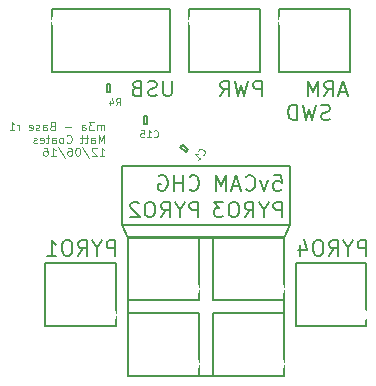
<source format=gbo>
G04 #@! TF.FileFunction,Legend,Bot*
%FSLAX46Y46*%
G04 Gerber Fmt 4.6, Leading zero omitted, Abs format (unit mm)*
G04 Created by KiCad (PCBNEW 4.0.2+e4-6225~38~ubuntu14.04.1-stable) date Mon 27 Jun 2016 22:27:32 BST*
%MOMM*%
G01*
G04 APERTURE LIST*
%ADD10C,0.100000*%
%ADD11C,0.200000*%
%ADD12C,0.170000*%
%ADD13C,0.120000*%
%ADD14C,0.150000*%
%ADD15C,1.200000*%
%ADD16C,1.600000*%
%ADD17C,0.787000*%
%ADD18C,1.000000*%
%ADD19R,0.750000X0.900000*%
G04 APERTURE END LIST*
D10*
D11*
X106600000Y-118250000D02*
X106600000Y-106550000D01*
X93400000Y-118250000D02*
X106600000Y-118250000D01*
X93400000Y-106500000D02*
X93400000Y-118250000D01*
X106125000Y-106475000D02*
X106625000Y-106475000D01*
X102650000Y-106475000D02*
X106125000Y-106475000D01*
X93400000Y-106475000D02*
X102650000Y-106475000D01*
D10*
X91383333Y-97486667D02*
X91383333Y-97020000D01*
X91383333Y-97086667D02*
X91350000Y-97053333D01*
X91283333Y-97020000D01*
X91183333Y-97020000D01*
X91116667Y-97053333D01*
X91083333Y-97120000D01*
X91083333Y-97486667D01*
X91083333Y-97120000D02*
X91050000Y-97053333D01*
X90983333Y-97020000D01*
X90883333Y-97020000D01*
X90816667Y-97053333D01*
X90783333Y-97120000D01*
X90783333Y-97486667D01*
X90516667Y-96786667D02*
X90083334Y-96786667D01*
X90316667Y-97053333D01*
X90216667Y-97053333D01*
X90150000Y-97086667D01*
X90116667Y-97120000D01*
X90083334Y-97186667D01*
X90083334Y-97353333D01*
X90116667Y-97420000D01*
X90150000Y-97453333D01*
X90216667Y-97486667D01*
X90416667Y-97486667D01*
X90483334Y-97453333D01*
X90516667Y-97420000D01*
X89483333Y-97486667D02*
X89483333Y-97120000D01*
X89516667Y-97053333D01*
X89583333Y-97020000D01*
X89716667Y-97020000D01*
X89783333Y-97053333D01*
X89483333Y-97453333D02*
X89550000Y-97486667D01*
X89716667Y-97486667D01*
X89783333Y-97453333D01*
X89816667Y-97386667D01*
X89816667Y-97320000D01*
X89783333Y-97253333D01*
X89716667Y-97220000D01*
X89550000Y-97220000D01*
X89483333Y-97186667D01*
X88616667Y-97220000D02*
X88083334Y-97220000D01*
X86983334Y-97120000D02*
X86883334Y-97153333D01*
X86850001Y-97186667D01*
X86816667Y-97253333D01*
X86816667Y-97353333D01*
X86850001Y-97420000D01*
X86883334Y-97453333D01*
X86950001Y-97486667D01*
X87216667Y-97486667D01*
X87216667Y-96786667D01*
X86983334Y-96786667D01*
X86916667Y-96820000D01*
X86883334Y-96853333D01*
X86850001Y-96920000D01*
X86850001Y-96986667D01*
X86883334Y-97053333D01*
X86916667Y-97086667D01*
X86983334Y-97120000D01*
X87216667Y-97120000D01*
X86216667Y-97486667D02*
X86216667Y-97120000D01*
X86250001Y-97053333D01*
X86316667Y-97020000D01*
X86450001Y-97020000D01*
X86516667Y-97053333D01*
X86216667Y-97453333D02*
X86283334Y-97486667D01*
X86450001Y-97486667D01*
X86516667Y-97453333D01*
X86550001Y-97386667D01*
X86550001Y-97320000D01*
X86516667Y-97253333D01*
X86450001Y-97220000D01*
X86283334Y-97220000D01*
X86216667Y-97186667D01*
X85916668Y-97453333D02*
X85850001Y-97486667D01*
X85716668Y-97486667D01*
X85650001Y-97453333D01*
X85616668Y-97386667D01*
X85616668Y-97353333D01*
X85650001Y-97286667D01*
X85716668Y-97253333D01*
X85816668Y-97253333D01*
X85883334Y-97220000D01*
X85916668Y-97153333D01*
X85916668Y-97120000D01*
X85883334Y-97053333D01*
X85816668Y-97020000D01*
X85716668Y-97020000D01*
X85650001Y-97053333D01*
X85050001Y-97453333D02*
X85116667Y-97486667D01*
X85250001Y-97486667D01*
X85316667Y-97453333D01*
X85350001Y-97386667D01*
X85350001Y-97120000D01*
X85316667Y-97053333D01*
X85250001Y-97020000D01*
X85116667Y-97020000D01*
X85050001Y-97053333D01*
X85016667Y-97120000D01*
X85016667Y-97186667D01*
X85350001Y-97253333D01*
X84183334Y-97486667D02*
X84183334Y-97020000D01*
X84183334Y-97153333D02*
X84150001Y-97086667D01*
X84116668Y-97053333D01*
X84050001Y-97020000D01*
X83983334Y-97020000D01*
X83383335Y-97486667D02*
X83783335Y-97486667D01*
X83583335Y-97486667D02*
X83583335Y-96786667D01*
X83650001Y-96886667D01*
X83716668Y-96953333D01*
X83783335Y-96986667D01*
X91383333Y-98566667D02*
X91383333Y-97866667D01*
X91150000Y-98366667D01*
X90916667Y-97866667D01*
X90916667Y-98566667D01*
X90283333Y-98566667D02*
X90283333Y-98200000D01*
X90316667Y-98133333D01*
X90383333Y-98100000D01*
X90516667Y-98100000D01*
X90583333Y-98133333D01*
X90283333Y-98533333D02*
X90350000Y-98566667D01*
X90516667Y-98566667D01*
X90583333Y-98533333D01*
X90616667Y-98466667D01*
X90616667Y-98400000D01*
X90583333Y-98333333D01*
X90516667Y-98300000D01*
X90350000Y-98300000D01*
X90283333Y-98266667D01*
X90050000Y-98100000D02*
X89783334Y-98100000D01*
X89950000Y-97866667D02*
X89950000Y-98466667D01*
X89916667Y-98533333D01*
X89850000Y-98566667D01*
X89783334Y-98566667D01*
X89650000Y-98100000D02*
X89383334Y-98100000D01*
X89550000Y-97866667D02*
X89550000Y-98466667D01*
X89516667Y-98533333D01*
X89450000Y-98566667D01*
X89383334Y-98566667D01*
X88216667Y-98500000D02*
X88250001Y-98533333D01*
X88350001Y-98566667D01*
X88416667Y-98566667D01*
X88516667Y-98533333D01*
X88583334Y-98466667D01*
X88616667Y-98400000D01*
X88650001Y-98266667D01*
X88650001Y-98166667D01*
X88616667Y-98033333D01*
X88583334Y-97966667D01*
X88516667Y-97900000D01*
X88416667Y-97866667D01*
X88350001Y-97866667D01*
X88250001Y-97900000D01*
X88216667Y-97933333D01*
X87816667Y-98566667D02*
X87883334Y-98533333D01*
X87916667Y-98500000D01*
X87950001Y-98433333D01*
X87950001Y-98233333D01*
X87916667Y-98166667D01*
X87883334Y-98133333D01*
X87816667Y-98100000D01*
X87716667Y-98100000D01*
X87650001Y-98133333D01*
X87616667Y-98166667D01*
X87583334Y-98233333D01*
X87583334Y-98433333D01*
X87616667Y-98500000D01*
X87650001Y-98533333D01*
X87716667Y-98566667D01*
X87816667Y-98566667D01*
X86983334Y-98566667D02*
X86983334Y-98200000D01*
X87016668Y-98133333D01*
X87083334Y-98100000D01*
X87216668Y-98100000D01*
X87283334Y-98133333D01*
X86983334Y-98533333D02*
X87050001Y-98566667D01*
X87216668Y-98566667D01*
X87283334Y-98533333D01*
X87316668Y-98466667D01*
X87316668Y-98400000D01*
X87283334Y-98333333D01*
X87216668Y-98300000D01*
X87050001Y-98300000D01*
X86983334Y-98266667D01*
X86750001Y-98100000D02*
X86483335Y-98100000D01*
X86650001Y-97866667D02*
X86650001Y-98466667D01*
X86616668Y-98533333D01*
X86550001Y-98566667D01*
X86483335Y-98566667D01*
X85983335Y-98533333D02*
X86050001Y-98566667D01*
X86183335Y-98566667D01*
X86250001Y-98533333D01*
X86283335Y-98466667D01*
X86283335Y-98200000D01*
X86250001Y-98133333D01*
X86183335Y-98100000D01*
X86050001Y-98100000D01*
X85983335Y-98133333D01*
X85950001Y-98200000D01*
X85950001Y-98266667D01*
X86283335Y-98333333D01*
X85683335Y-98533333D02*
X85616668Y-98566667D01*
X85483335Y-98566667D01*
X85416668Y-98533333D01*
X85383335Y-98466667D01*
X85383335Y-98433333D01*
X85416668Y-98366667D01*
X85483335Y-98333333D01*
X85583335Y-98333333D01*
X85650001Y-98300000D01*
X85683335Y-98233333D01*
X85683335Y-98200000D01*
X85650001Y-98133333D01*
X85583335Y-98100000D01*
X85483335Y-98100000D01*
X85416668Y-98133333D01*
X91016667Y-99646667D02*
X91416667Y-99646667D01*
X91216667Y-99646667D02*
X91216667Y-98946667D01*
X91283333Y-99046667D01*
X91350000Y-99113333D01*
X91416667Y-99146667D01*
X90750000Y-99013333D02*
X90716666Y-98980000D01*
X90650000Y-98946667D01*
X90483333Y-98946667D01*
X90416666Y-98980000D01*
X90383333Y-99013333D01*
X90350000Y-99080000D01*
X90350000Y-99146667D01*
X90383333Y-99246667D01*
X90783333Y-99646667D01*
X90350000Y-99646667D01*
X89549999Y-98913333D02*
X90149999Y-99813333D01*
X89183333Y-98946667D02*
X89116666Y-98946667D01*
X89050000Y-98980000D01*
X89016666Y-99013333D01*
X88983333Y-99080000D01*
X88950000Y-99213333D01*
X88950000Y-99380000D01*
X88983333Y-99513333D01*
X89016666Y-99580000D01*
X89050000Y-99613333D01*
X89116666Y-99646667D01*
X89183333Y-99646667D01*
X89250000Y-99613333D01*
X89283333Y-99580000D01*
X89316666Y-99513333D01*
X89350000Y-99380000D01*
X89350000Y-99213333D01*
X89316666Y-99080000D01*
X89283333Y-99013333D01*
X89250000Y-98980000D01*
X89183333Y-98946667D01*
X88349999Y-98946667D02*
X88483333Y-98946667D01*
X88549999Y-98980000D01*
X88583333Y-99013333D01*
X88649999Y-99113333D01*
X88683333Y-99246667D01*
X88683333Y-99513333D01*
X88649999Y-99580000D01*
X88616666Y-99613333D01*
X88549999Y-99646667D01*
X88416666Y-99646667D01*
X88349999Y-99613333D01*
X88316666Y-99580000D01*
X88283333Y-99513333D01*
X88283333Y-99346667D01*
X88316666Y-99280000D01*
X88349999Y-99246667D01*
X88416666Y-99213333D01*
X88549999Y-99213333D01*
X88616666Y-99246667D01*
X88649999Y-99280000D01*
X88683333Y-99346667D01*
X87483332Y-98913333D02*
X88083332Y-99813333D01*
X86883333Y-99646667D02*
X87283333Y-99646667D01*
X87083333Y-99646667D02*
X87083333Y-98946667D01*
X87149999Y-99046667D01*
X87216666Y-99113333D01*
X87283333Y-99146667D01*
X86283332Y-98946667D02*
X86416666Y-98946667D01*
X86483332Y-98980000D01*
X86516666Y-99013333D01*
X86583332Y-99113333D01*
X86616666Y-99246667D01*
X86616666Y-99513333D01*
X86583332Y-99580000D01*
X86549999Y-99613333D01*
X86483332Y-99646667D01*
X86349999Y-99646667D01*
X86283332Y-99613333D01*
X86249999Y-99580000D01*
X86216666Y-99513333D01*
X86216666Y-99346667D01*
X86249999Y-99280000D01*
X86283332Y-99246667D01*
X86349999Y-99213333D01*
X86483332Y-99213333D01*
X86549999Y-99246667D01*
X86583332Y-99280000D01*
X86616666Y-99346667D01*
D12*
X110489285Y-96551190D02*
X110303571Y-96613095D01*
X109994047Y-96613095D01*
X109870237Y-96551190D01*
X109808333Y-96489286D01*
X109746428Y-96365476D01*
X109746428Y-96241667D01*
X109808333Y-96117857D01*
X109870237Y-96055952D01*
X109994047Y-95994048D01*
X110241666Y-95932143D01*
X110365475Y-95870238D01*
X110427380Y-95808333D01*
X110489285Y-95684524D01*
X110489285Y-95560714D01*
X110427380Y-95436905D01*
X110365475Y-95375000D01*
X110241666Y-95313095D01*
X109932142Y-95313095D01*
X109746428Y-95375000D01*
X109313095Y-95313095D02*
X109003571Y-96613095D01*
X108755952Y-95684524D01*
X108508333Y-96613095D01*
X108198809Y-95313095D01*
X107703571Y-96613095D02*
X107703571Y-95313095D01*
X107394047Y-95313095D01*
X107208333Y-95375000D01*
X107084524Y-95498810D01*
X107022619Y-95622619D01*
X106960714Y-95870238D01*
X106960714Y-96055952D01*
X107022619Y-96303571D01*
X107084524Y-96427381D01*
X107208333Y-96551190D01*
X107394047Y-96613095D01*
X107703571Y-96613095D01*
D11*
X107100000Y-100500000D02*
X92900000Y-100500000D01*
X106600000Y-106600000D02*
X107100000Y-105500000D01*
X93400000Y-106600000D02*
X106600000Y-106600000D01*
X92900000Y-105500000D02*
X93400000Y-106600000D01*
X107100000Y-105500000D02*
X92900000Y-105500000D01*
X107100000Y-100500000D02*
X107100000Y-105500000D01*
X92900000Y-105500000D02*
X92900000Y-100500000D01*
D12*
X113597619Y-108088095D02*
X113597619Y-106788095D01*
X113102381Y-106788095D01*
X112978572Y-106850000D01*
X112916667Y-106911905D01*
X112854762Y-107035714D01*
X112854762Y-107221429D01*
X112916667Y-107345238D01*
X112978572Y-107407143D01*
X113102381Y-107469048D01*
X113597619Y-107469048D01*
X112050000Y-107469048D02*
X112050000Y-108088095D01*
X112483333Y-106788095D02*
X112050000Y-107469048D01*
X111616667Y-106788095D01*
X110440476Y-108088095D02*
X110873809Y-107469048D01*
X111183333Y-108088095D02*
X111183333Y-106788095D01*
X110688095Y-106788095D01*
X110564286Y-106850000D01*
X110502381Y-106911905D01*
X110440476Y-107035714D01*
X110440476Y-107221429D01*
X110502381Y-107345238D01*
X110564286Y-107407143D01*
X110688095Y-107469048D01*
X111183333Y-107469048D01*
X109635714Y-106788095D02*
X109388095Y-106788095D01*
X109264286Y-106850000D01*
X109140476Y-106973810D01*
X109078571Y-107221429D01*
X109078571Y-107654762D01*
X109140476Y-107902381D01*
X109264286Y-108026190D01*
X109388095Y-108088095D01*
X109635714Y-108088095D01*
X109759524Y-108026190D01*
X109883333Y-107902381D01*
X109945238Y-107654762D01*
X109945238Y-107221429D01*
X109883333Y-106973810D01*
X109759524Y-106850000D01*
X109635714Y-106788095D01*
X107964285Y-107221429D02*
X107964285Y-108088095D01*
X108273809Y-106726190D02*
X108583333Y-107654762D01*
X107778571Y-107654762D01*
X106447619Y-104838095D02*
X106447619Y-103538095D01*
X105952381Y-103538095D01*
X105828572Y-103600000D01*
X105766667Y-103661905D01*
X105704762Y-103785714D01*
X105704762Y-103971429D01*
X105766667Y-104095238D01*
X105828572Y-104157143D01*
X105952381Y-104219048D01*
X106447619Y-104219048D01*
X104900000Y-104219048D02*
X104900000Y-104838095D01*
X105333333Y-103538095D02*
X104900000Y-104219048D01*
X104466667Y-103538095D01*
X103290476Y-104838095D02*
X103723809Y-104219048D01*
X104033333Y-104838095D02*
X104033333Y-103538095D01*
X103538095Y-103538095D01*
X103414286Y-103600000D01*
X103352381Y-103661905D01*
X103290476Y-103785714D01*
X103290476Y-103971429D01*
X103352381Y-104095238D01*
X103414286Y-104157143D01*
X103538095Y-104219048D01*
X104033333Y-104219048D01*
X102485714Y-103538095D02*
X102238095Y-103538095D01*
X102114286Y-103600000D01*
X101990476Y-103723810D01*
X101928571Y-103971429D01*
X101928571Y-104404762D01*
X101990476Y-104652381D01*
X102114286Y-104776190D01*
X102238095Y-104838095D01*
X102485714Y-104838095D01*
X102609524Y-104776190D01*
X102733333Y-104652381D01*
X102795238Y-104404762D01*
X102795238Y-103971429D01*
X102733333Y-103723810D01*
X102609524Y-103600000D01*
X102485714Y-103538095D01*
X101495238Y-103538095D02*
X100690476Y-103538095D01*
X101123809Y-104033333D01*
X100938095Y-104033333D01*
X100814285Y-104095238D01*
X100752381Y-104157143D01*
X100690476Y-104280952D01*
X100690476Y-104590476D01*
X100752381Y-104714286D01*
X100814285Y-104776190D01*
X100938095Y-104838095D01*
X101309523Y-104838095D01*
X101433333Y-104776190D01*
X101495238Y-104714286D01*
X105735714Y-101288095D02*
X106354761Y-101288095D01*
X106416666Y-101907143D01*
X106354761Y-101845238D01*
X106230952Y-101783333D01*
X105921428Y-101783333D01*
X105797618Y-101845238D01*
X105735714Y-101907143D01*
X105673809Y-102030952D01*
X105673809Y-102340476D01*
X105735714Y-102464286D01*
X105797618Y-102526190D01*
X105921428Y-102588095D01*
X106230952Y-102588095D01*
X106354761Y-102526190D01*
X106416666Y-102464286D01*
X105240476Y-101721429D02*
X104930952Y-102588095D01*
X104621428Y-101721429D01*
X103383333Y-102464286D02*
X103445238Y-102526190D01*
X103630952Y-102588095D01*
X103754762Y-102588095D01*
X103940476Y-102526190D01*
X104064285Y-102402381D01*
X104126190Y-102278571D01*
X104188095Y-102030952D01*
X104188095Y-101845238D01*
X104126190Y-101597619D01*
X104064285Y-101473810D01*
X103940476Y-101350000D01*
X103754762Y-101288095D01*
X103630952Y-101288095D01*
X103445238Y-101350000D01*
X103383333Y-101411905D01*
X102888095Y-102216667D02*
X102269047Y-102216667D01*
X103011904Y-102588095D02*
X102578571Y-101288095D01*
X102145238Y-102588095D01*
X101711904Y-102588095D02*
X101711904Y-101288095D01*
X101278571Y-102216667D01*
X100845238Y-101288095D01*
X100845238Y-102588095D01*
X98628571Y-102464286D02*
X98690476Y-102526190D01*
X98876190Y-102588095D01*
X99000000Y-102588095D01*
X99185714Y-102526190D01*
X99309523Y-102402381D01*
X99371428Y-102278571D01*
X99433333Y-102030952D01*
X99433333Y-101845238D01*
X99371428Y-101597619D01*
X99309523Y-101473810D01*
X99185714Y-101350000D01*
X99000000Y-101288095D01*
X98876190Y-101288095D01*
X98690476Y-101350000D01*
X98628571Y-101411905D01*
X98071428Y-102588095D02*
X98071428Y-101288095D01*
X98071428Y-101907143D02*
X97328571Y-101907143D01*
X97328571Y-102588095D02*
X97328571Y-101288095D01*
X96028571Y-101350000D02*
X96152380Y-101288095D01*
X96338095Y-101288095D01*
X96523809Y-101350000D01*
X96647618Y-101473810D01*
X96709523Y-101597619D01*
X96771428Y-101845238D01*
X96771428Y-102030952D01*
X96709523Y-102278571D01*
X96647618Y-102402381D01*
X96523809Y-102526190D01*
X96338095Y-102588095D01*
X96214285Y-102588095D01*
X96028571Y-102526190D01*
X95966666Y-102464286D01*
X95966666Y-102030952D01*
X96214285Y-102030952D01*
X99347619Y-104838095D02*
X99347619Y-103538095D01*
X98852381Y-103538095D01*
X98728572Y-103600000D01*
X98666667Y-103661905D01*
X98604762Y-103785714D01*
X98604762Y-103971429D01*
X98666667Y-104095238D01*
X98728572Y-104157143D01*
X98852381Y-104219048D01*
X99347619Y-104219048D01*
X97800000Y-104219048D02*
X97800000Y-104838095D01*
X98233333Y-103538095D02*
X97800000Y-104219048D01*
X97366667Y-103538095D01*
X96190476Y-104838095D02*
X96623809Y-104219048D01*
X96933333Y-104838095D02*
X96933333Y-103538095D01*
X96438095Y-103538095D01*
X96314286Y-103600000D01*
X96252381Y-103661905D01*
X96190476Y-103785714D01*
X96190476Y-103971429D01*
X96252381Y-104095238D01*
X96314286Y-104157143D01*
X96438095Y-104219048D01*
X96933333Y-104219048D01*
X95385714Y-103538095D02*
X95138095Y-103538095D01*
X95014286Y-103600000D01*
X94890476Y-103723810D01*
X94828571Y-103971429D01*
X94828571Y-104404762D01*
X94890476Y-104652381D01*
X95014286Y-104776190D01*
X95138095Y-104838095D01*
X95385714Y-104838095D01*
X95509524Y-104776190D01*
X95633333Y-104652381D01*
X95695238Y-104404762D01*
X95695238Y-103971429D01*
X95633333Y-103723810D01*
X95509524Y-103600000D01*
X95385714Y-103538095D01*
X94333333Y-103661905D02*
X94271428Y-103600000D01*
X94147619Y-103538095D01*
X93838095Y-103538095D01*
X93714285Y-103600000D01*
X93652381Y-103661905D01*
X93590476Y-103785714D01*
X93590476Y-103909524D01*
X93652381Y-104095238D01*
X94395238Y-104838095D01*
X93590476Y-104838095D01*
X92347619Y-108088095D02*
X92347619Y-106788095D01*
X91852381Y-106788095D01*
X91728572Y-106850000D01*
X91666667Y-106911905D01*
X91604762Y-107035714D01*
X91604762Y-107221429D01*
X91666667Y-107345238D01*
X91728572Y-107407143D01*
X91852381Y-107469048D01*
X92347619Y-107469048D01*
X90800000Y-107469048D02*
X90800000Y-108088095D01*
X91233333Y-106788095D02*
X90800000Y-107469048D01*
X90366667Y-106788095D01*
X89190476Y-108088095D02*
X89623809Y-107469048D01*
X89933333Y-108088095D02*
X89933333Y-106788095D01*
X89438095Y-106788095D01*
X89314286Y-106850000D01*
X89252381Y-106911905D01*
X89190476Y-107035714D01*
X89190476Y-107221429D01*
X89252381Y-107345238D01*
X89314286Y-107407143D01*
X89438095Y-107469048D01*
X89933333Y-107469048D01*
X88385714Y-106788095D02*
X88138095Y-106788095D01*
X88014286Y-106850000D01*
X87890476Y-106973810D01*
X87828571Y-107221429D01*
X87828571Y-107654762D01*
X87890476Y-107902381D01*
X88014286Y-108026190D01*
X88138095Y-108088095D01*
X88385714Y-108088095D01*
X88509524Y-108026190D01*
X88633333Y-107902381D01*
X88695238Y-107654762D01*
X88695238Y-107221429D01*
X88633333Y-106973810D01*
X88509524Y-106850000D01*
X88385714Y-106788095D01*
X86590476Y-108088095D02*
X87333333Y-108088095D01*
X86961904Y-108088095D02*
X86961904Y-106788095D01*
X87085714Y-106973810D01*
X87209523Y-107097619D01*
X87333333Y-107159524D01*
X111952381Y-94216667D02*
X111333333Y-94216667D01*
X112076190Y-94588095D02*
X111642857Y-93288095D01*
X111209524Y-94588095D01*
X110033333Y-94588095D02*
X110466666Y-93969048D01*
X110776190Y-94588095D02*
X110776190Y-93288095D01*
X110280952Y-93288095D01*
X110157143Y-93350000D01*
X110095238Y-93411905D01*
X110033333Y-93535714D01*
X110033333Y-93721429D01*
X110095238Y-93845238D01*
X110157143Y-93907143D01*
X110280952Y-93969048D01*
X110776190Y-93969048D01*
X109476190Y-94588095D02*
X109476190Y-93288095D01*
X109042857Y-94216667D01*
X108609524Y-93288095D01*
X108609524Y-94588095D01*
X104733333Y-94588095D02*
X104733333Y-93288095D01*
X104238095Y-93288095D01*
X104114286Y-93350000D01*
X104052381Y-93411905D01*
X103990476Y-93535714D01*
X103990476Y-93721429D01*
X104052381Y-93845238D01*
X104114286Y-93907143D01*
X104238095Y-93969048D01*
X104733333Y-93969048D01*
X103557143Y-93288095D02*
X103247619Y-94588095D01*
X103000000Y-93659524D01*
X102752381Y-94588095D01*
X102442857Y-93288095D01*
X101204762Y-94588095D02*
X101638095Y-93969048D01*
X101947619Y-94588095D02*
X101947619Y-93288095D01*
X101452381Y-93288095D01*
X101328572Y-93350000D01*
X101266667Y-93411905D01*
X101204762Y-93535714D01*
X101204762Y-93721429D01*
X101266667Y-93845238D01*
X101328572Y-93907143D01*
X101452381Y-93969048D01*
X101947619Y-93969048D01*
X97140476Y-93288095D02*
X97140476Y-94340476D01*
X97078571Y-94464286D01*
X97016667Y-94526190D01*
X96892857Y-94588095D01*
X96645238Y-94588095D01*
X96521429Y-94526190D01*
X96459524Y-94464286D01*
X96397619Y-94340476D01*
X96397619Y-93288095D01*
X95840476Y-94526190D02*
X95654762Y-94588095D01*
X95345238Y-94588095D01*
X95221428Y-94526190D01*
X95159524Y-94464286D01*
X95097619Y-94340476D01*
X95097619Y-94216667D01*
X95159524Y-94092857D01*
X95221428Y-94030952D01*
X95345238Y-93969048D01*
X95592857Y-93907143D01*
X95716666Y-93845238D01*
X95778571Y-93783333D01*
X95840476Y-93659524D01*
X95840476Y-93535714D01*
X95778571Y-93411905D01*
X95716666Y-93350000D01*
X95592857Y-93288095D01*
X95283333Y-93288095D01*
X95097619Y-93350000D01*
X94107143Y-93907143D02*
X93921429Y-93969048D01*
X93859524Y-94030952D01*
X93797619Y-94154762D01*
X93797619Y-94340476D01*
X93859524Y-94464286D01*
X93921429Y-94526190D01*
X94045238Y-94588095D01*
X94540476Y-94588095D01*
X94540476Y-93288095D01*
X94107143Y-93288095D01*
X93983333Y-93350000D01*
X93921429Y-93411905D01*
X93859524Y-93535714D01*
X93859524Y-93659524D01*
X93921429Y-93783333D01*
X93983333Y-93845238D01*
X94107143Y-93907143D01*
X94540476Y-93907143D01*
D13*
X95585715Y-98014286D02*
X95614286Y-98042857D01*
X95700000Y-98071429D01*
X95757143Y-98071429D01*
X95842858Y-98042857D01*
X95900000Y-97985714D01*
X95928572Y-97928571D01*
X95957143Y-97814286D01*
X95957143Y-97728571D01*
X95928572Y-97614286D01*
X95900000Y-97557143D01*
X95842858Y-97500000D01*
X95757143Y-97471429D01*
X95700000Y-97471429D01*
X95614286Y-97500000D01*
X95585715Y-97528571D01*
X95014286Y-98071429D02*
X95357143Y-98071429D01*
X95185715Y-98071429D02*
X95185715Y-97471429D01*
X95242858Y-97557143D01*
X95300000Y-97614286D01*
X95357143Y-97642857D01*
X94471429Y-97471429D02*
X94757143Y-97471429D01*
X94785714Y-97757143D01*
X94757143Y-97728571D01*
X94700000Y-97700000D01*
X94557143Y-97700000D01*
X94500000Y-97728571D01*
X94471429Y-97757143D01*
X94442857Y-97814286D01*
X94442857Y-97957143D01*
X94471429Y-98014286D01*
X94500000Y-98042857D01*
X94557143Y-98071429D01*
X94700000Y-98071429D01*
X94757143Y-98042857D01*
X94785714Y-98014286D01*
X99722234Y-99580812D02*
X99762639Y-99580812D01*
X99843452Y-99540407D01*
X99883858Y-99500001D01*
X99924264Y-99419188D01*
X99924263Y-99338376D01*
X99904061Y-99277766D01*
X99843452Y-99176752D01*
X99782842Y-99116142D01*
X99681828Y-99055533D01*
X99621218Y-99035330D01*
X99540406Y-99035330D01*
X99459594Y-99075737D01*
X99419188Y-99116143D01*
X99378781Y-99196955D01*
X99378781Y-99237360D01*
X99358579Y-100025280D02*
X99601015Y-99782843D01*
X99479797Y-99904061D02*
X99055533Y-99479797D01*
X99156548Y-99500000D01*
X99237360Y-99500001D01*
X99297969Y-99479797D01*
X92400000Y-95371429D02*
X92600000Y-95085714D01*
X92742857Y-95371429D02*
X92742857Y-94771429D01*
X92514285Y-94771429D01*
X92457143Y-94800000D01*
X92428571Y-94828571D01*
X92400000Y-94885714D01*
X92400000Y-94971429D01*
X92428571Y-95028571D01*
X92457143Y-95057143D01*
X92514285Y-95085714D01*
X92742857Y-95085714D01*
X91885714Y-94971429D02*
X91885714Y-95371429D01*
X92028571Y-94742857D02*
X92171428Y-95171429D01*
X91800000Y-95171429D01*
D14*
X97000000Y-87250000D02*
X87000000Y-87250000D01*
X87000000Y-87250000D02*
X87000000Y-92550000D01*
X87000000Y-92550000D02*
X97000000Y-92550000D01*
X97000000Y-92550000D02*
X97000000Y-87250000D01*
X86400000Y-114050000D02*
X92400000Y-114050000D01*
X92400000Y-114050000D02*
X92400000Y-108750000D01*
X92400000Y-108750000D02*
X86400000Y-108750000D01*
X86400000Y-108750000D02*
X86400000Y-114050000D01*
X100600000Y-118250000D02*
X106600000Y-118250000D01*
X106600000Y-118250000D02*
X106600000Y-112950000D01*
X106600000Y-112950000D02*
X100600000Y-112950000D01*
X100600000Y-112950000D02*
X100600000Y-118250000D01*
X112200000Y-87250000D02*
X106200000Y-87250000D01*
X106200000Y-87250000D02*
X106200000Y-92550000D01*
X106200000Y-92550000D02*
X112200000Y-92550000D01*
X112200000Y-92550000D02*
X112200000Y-87250000D01*
X93400000Y-118250000D02*
X99400000Y-118250000D01*
X99400000Y-118250000D02*
X99400000Y-112950000D01*
X99400000Y-112950000D02*
X93400000Y-112950000D01*
X93400000Y-112950000D02*
X93400000Y-118250000D01*
X107600000Y-114050000D02*
X113600000Y-114050000D01*
X113600000Y-114050000D02*
X113600000Y-108750000D01*
X113600000Y-108750000D02*
X107600000Y-108750000D01*
X107600000Y-108750000D02*
X107600000Y-114050000D01*
X104600000Y-87250000D02*
X98600000Y-87250000D01*
X98600000Y-87250000D02*
X98600000Y-92550000D01*
X98600000Y-92550000D02*
X104600000Y-92550000D01*
X104600000Y-92550000D02*
X104600000Y-87250000D01*
X93400000Y-111850000D02*
X99400000Y-111850000D01*
X99400000Y-111850000D02*
X99400000Y-106550000D01*
X99400000Y-106550000D02*
X93400000Y-106550000D01*
X93400000Y-106550000D02*
X93400000Y-111850000D01*
X100600000Y-111850000D02*
X106600000Y-111850000D01*
X106600000Y-111850000D02*
X106600000Y-106550000D01*
X106600000Y-106550000D02*
X100600000Y-106550000D01*
X100600000Y-106550000D02*
X100600000Y-111850000D01*
X95025000Y-96275000D02*
X94775000Y-96275000D01*
X94775000Y-96275000D02*
X94775000Y-96925000D01*
X94775000Y-96925000D02*
X95025000Y-96925000D01*
X95025000Y-96925000D02*
X95025000Y-96275000D01*
X98028249Y-98712132D02*
X97851472Y-98888909D01*
X97851472Y-98888909D02*
X98311091Y-99348528D01*
X98311091Y-99348528D02*
X98487868Y-99171751D01*
X98487868Y-99171751D02*
X98028249Y-98712132D01*
X91675000Y-94225000D02*
X91925000Y-94225000D01*
X91925000Y-94225000D02*
X91925000Y-93575000D01*
X91925000Y-93575000D02*
X91675000Y-93575000D01*
X91675000Y-93575000D02*
X91675000Y-94225000D01*
%LPC*%
D15*
X87500000Y-88200000D03*
D16*
X89000000Y-89900000D03*
X91000000Y-89900000D03*
X93000000Y-89900000D03*
X95000000Y-89900000D03*
D15*
X91900000Y-113100000D03*
D16*
X90400000Y-111400000D03*
X88400000Y-111400000D03*
D15*
X106100000Y-117300000D03*
D16*
X104600000Y-115600000D03*
X102600000Y-115600000D03*
D15*
X106700000Y-88200000D03*
D16*
X108200000Y-89900000D03*
X110200000Y-89900000D03*
D15*
X98900000Y-117300000D03*
D16*
X97400000Y-115600000D03*
X95400000Y-115600000D03*
D15*
X113100000Y-113100000D03*
D16*
X111600000Y-111400000D03*
X109600000Y-111400000D03*
D15*
X99100000Y-88200000D03*
D16*
X100600000Y-89900000D03*
X102600000Y-89900000D03*
D15*
X98900000Y-110900000D03*
D16*
X97400000Y-109200000D03*
X95400000Y-109200000D03*
D15*
X106100000Y-110900000D03*
D16*
X104600000Y-109200000D03*
X102600000Y-109200000D03*
D17*
X108060000Y-101570000D03*
X109330000Y-101570000D03*
X108060000Y-100300000D03*
X109330000Y-100300000D03*
X108060000Y-99030000D03*
X109330000Y-99030000D03*
D18*
X108695000Y-102840000D03*
X107679000Y-97760000D03*
X109711000Y-97760000D03*
D19*
X95600000Y-96600000D03*
X94200000Y-96600000D03*
D10*
G36*
X98611612Y-97951992D02*
X99248008Y-98588388D01*
X98717678Y-99118718D01*
X98081282Y-98482322D01*
X98611612Y-97951992D01*
X98611612Y-97951992D01*
G37*
G36*
X97621662Y-98941942D02*
X98258058Y-99578338D01*
X97727728Y-100108668D01*
X97091332Y-99472272D01*
X97621662Y-98941942D01*
X97621662Y-98941942D01*
G37*
D19*
X91100000Y-93900000D03*
X92500000Y-93900000D03*
M02*

</source>
